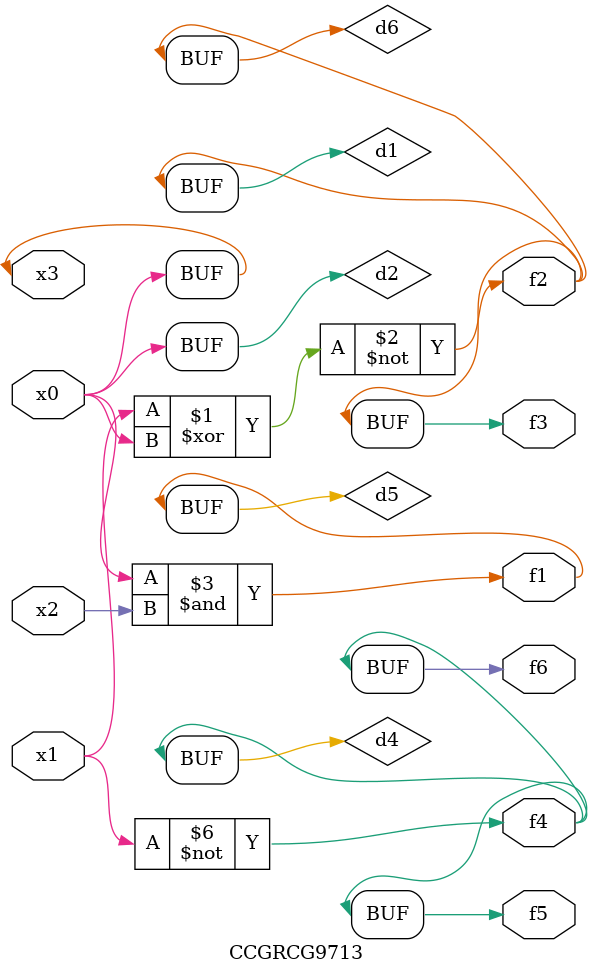
<source format=v>
module CCGRCG9713(
	input x0, x1, x2, x3,
	output f1, f2, f3, f4, f5, f6
);

	wire d1, d2, d3, d4, d5, d6;

	xnor (d1, x1, x3);
	buf (d2, x0, x3);
	nand (d3, x0, x2);
	not (d4, x1);
	nand (d5, d3);
	or (d6, d1);
	assign f1 = d5;
	assign f2 = d6;
	assign f3 = d6;
	assign f4 = d4;
	assign f5 = d4;
	assign f6 = d4;
endmodule

</source>
